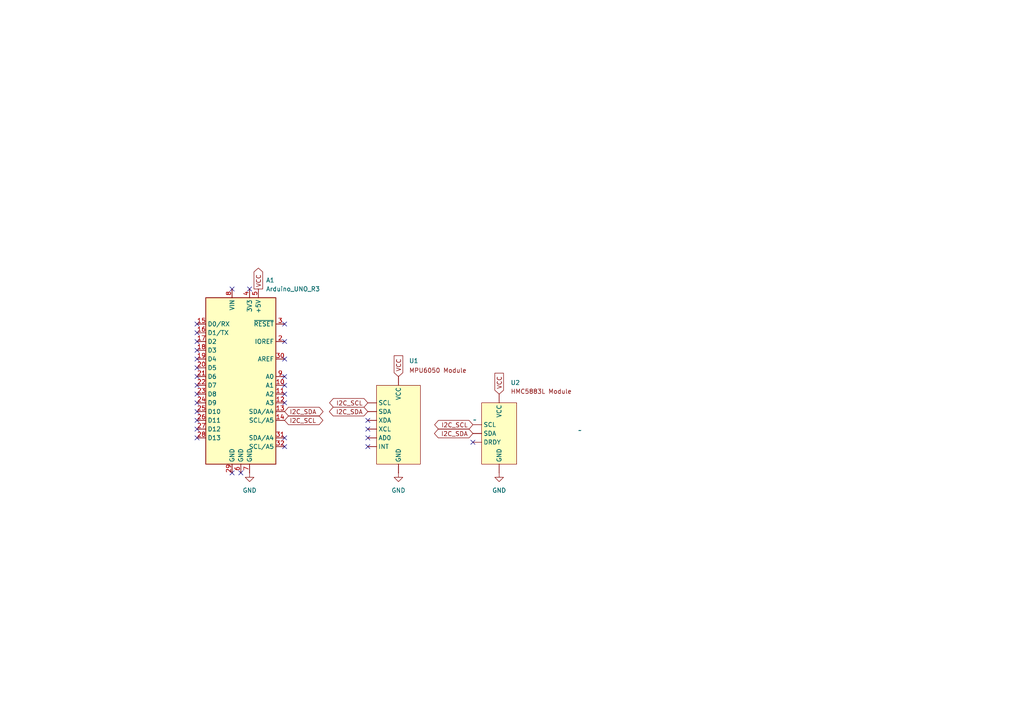
<source format=kicad_sch>
(kicad_sch (version 20231120) (generator "eeschema") (generator_version "8.0")
  (paper "A4")
  (lib_symbols
    (symbol "MCU_Module:Arduino_UNO_R3"
      (property "Reference" "A" (at -10.16 23.495 0))
      (property "Value" "Arduino_UNO_R3" (at 5.08 -26.67 0))
      (symbol "Arduino_UNO_R3_0_1"
        (rectangle (start -10.16 22.86) (end 10.16 -25.4) (stroke (width 0.254)) (fill (type background)))
      )
      (symbol "Arduino_UNO_R3_1_1"
        (pin no_connect line (at -10.16 -20.32 0) (length 2.54) hide (name "NC") (number "1"))
        (pin bidirectional line (at 12.7 -2.54 180) (length 2.54) (name "A1") (number "10"))
        (pin bidirectional line (at 12.7 -5.08 180) (length 2.54) (name "A2") (number "11"))
        (pin bidirectional line (at 12.7 -7.62 180) (length 2.54) (name "A3") (number "12"))
        (pin bidirectional line (at 12.7 -10.16 180) (length 2.54) (name "SDA/A4") (number "13"))
        (pin bidirectional line (at 12.7 -12.7 180) (length 2.54) (name "SCL/A5") (number "14"))
        (pin bidirectional line (at -12.7 15.24 0) (length 2.54) (name "D0/RX") (number "15"))
        (pin bidirectional line (at -12.7 12.7 0) (length 2.54) (name "D1/TX") (number "16"))
        (pin bidirectional line (at -12.7 10.16 0) (length 2.54) (name "D2") (number "17"))
        (pin bidirectional line (at -12.7 7.62 0) (length 2.54) (name "D3") (number "18"))
        (pin bidirectional line (at -12.7 5.08 0) (length 2.54) (name "D4") (number "19"))
        (pin output line (at 12.7 10.16 180) (length 2.54) (name "IOREF") (number "2"))
        (pin bidirectional line (at -12.7 2.54 0) (length 2.54) (name "D5") (number "20"))
        (pin bidirectional line (at -12.7 0 0) (length 2.54) (name "D6") (number "21"))
        (pin bidirectional line (at -12.7 -2.54 0) (length 2.54) (name "D7") (number "22"))
        (pin bidirectional line (at -12.7 -5.08 0) (length 2.54) (name "D8") (number "23"))
        (pin bidirectional line (at -12.7 -7.62 0) (length 2.54) (name "D9") (number "24"))
        (pin bidirectional line (at -12.7 -10.16 0) (length 2.54) (name "D10") (number "25"))
        (pin bidirectional line (at -12.7 -12.7 0) (length 2.54) (name "D11") (number "26"))
        (pin bidirectional line (at -12.7 -15.24 0) (length 2.54) (name "D12") (number "27"))
        (pin bidirectional line (at -12.7 -17.78 0) (length 2.54) (name "D13") (number "28"))
        (pin power_in line (at -2.54 -27.94 90) (length 2.54) (name "GND") (number "29"))
        (pin input line (at 12.7 15.24 180) (length 2.54) (name "~{RESET}") (number "3"))
        (pin input line (at 12.7 5.08 180) (length 2.54) (name "AREF") (number "30"))
        (pin bidirectional line (at 12.7 -17.78 180) (length 2.54) (name "SDA/A4") (number "31"))
        (pin bidirectional line (at 12.7 -20.32 180) (length 2.54) (name "SCL/A5") (number "32"))
        (pin power_out line (at 2.54 25.4 270) (length 2.54) (name "3V3") (number "4"))
        (pin power_out line (at 5.08 25.4 270) (length 2.54) (name "+5V") (number "5"))
        (pin power_in line (at 0 -27.94 90) (length 2.54) (name "GND") (number "6"))
        (pin power_in line (at 2.54 -27.94 90) (length 2.54) (name "GND") (number "7"))
        (pin power_in line (at -2.54 25.4 270) (length 2.54) (name "VIN") (number "8"))
        (pin bidirectional line (at 12.7 0 180) (length 2.54) (name "A0") (number "9"))
      )
    )
    (symbol "modules:HMC5883L_Module"
      (property "Reference" "U" (at 4.064 14.478 0))
      (symbol "HMC5883L_Module_1_1"
        (rectangle (start -5.08 8.89) (end 5.08 -8.89) (fill (type background)))
        (text "HMC5883L Module" (at 12.192 12.192 0) (effects (font (size 1.27 1.27))))
        (pin bidirectional line (at -7.62 -2.54 0) (length 2.54) (name "DRDY") (number ""))
        (pin bidirectional line (at 0 -11.43 90) (length 2.54) (name "GND") (number ""))
        (pin bidirectional line (at -7.62 2.54 0) (length 2.54) (name "SCL") (number ""))
        (pin bidirectional line (at -7.62 0 0) (length 2.54) (name "SDA") (number ""))
        (pin power_in line (at 0 11.43 270) (length 2.54) (name "VCC") (number ""))
      )
    )
    (symbol "modules:MPU-6050_Module"
      (property "Reference" "U" (at 3.81 19.05 0))
      (symbol "MPU-6050_Module_0_1"
        (rectangle (start -6.35 11.43) (end 6.35 -11.43) (fill (type background)))
      )
      (symbol "MPU-6050_Module_1_1"
        (text "MPU6050 Module" (at 11.43 15.748 0) (effects (font (size 1.27 1.27))))
        (pin input line (at -8.89 -3.81 0) (length 2.54) (name "AD0") (number ""))
        (pin bidirectional line (at 0 -13.97 90) (length 2.54) (name "GND") (number ""))
        (pin output line (at -8.89 -6.35 0) (length 2.54) (name "INT") (number ""))
        (pin bidirectional line (at -8.89 6.35 0) (length 2.54) (name "SCL") (number ""))
        (pin bidirectional line (at -8.89 3.81 0) (length 2.54) (name "SDA") (number ""))
        (pin power_in line (at 0 13.97 270) (length 2.54) (name "VCC") (number ""))
        (pin bidirectional line (at -8.89 -1.27 0) (length 2.54) (name "XCL") (number ""))
        (pin bidirectional line (at -8.89 1.27 0) (length 2.54) (name "XDA") (number ""))
      )
    )
    (symbol "power:GND" (power) (pin_numbers hide) (pin_names (offset 0) hide)
      (property "Value" "GND" (at 0 -3.81 0))
      (symbol "GND_0_1"
        (polyline (pts (xy 0 0) (xy 0 -1.27) (xy 1.27 -1.27) (xy 0 -2.54) (xy -1.27 -1.27) (xy 0 -1.27)))
      )
      (symbol "GND_1_1"
        (pin power_in line (at 0 0 270) (length 0) (name "~") (number "1"))
      )
    )
  )
  (no_connect (at 82.55 109.22))
  (no_connect (at 57.15 101.6))
  (no_connect (at 106.68 124.46))
  (no_connect (at 82.55 111.76))
  (no_connect (at 57.15 106.68))
  (no_connect (at 106.68 127))
  (no_connect (at 82.55 116.84))
  (no_connect (at 57.15 114.3))
  (no_connect (at 82.55 93.98))
  (no_connect (at 67.31 83.82))
  (no_connect (at 57.15 127))
  (no_connect (at 57.15 93.98))
  (no_connect (at 72.39 83.82))
  (no_connect (at 67.31 137.16))
  (no_connect (at 57.15 124.46))
  (no_connect (at 57.15 116.84))
  (no_connect (at 82.55 114.3))
  (no_connect (at 69.85 137.16))
  (no_connect (at 57.15 96.52))
  (no_connect (at 57.15 104.14))
  (no_connect (at 82.55 104.14))
  (no_connect (at 82.55 99.06))
  (no_connect (at 106.68 121.92))
  (no_connect (at 57.15 99.06))
  (no_connect (at 57.15 109.22))
  (no_connect (at 82.55 129.54))
  (no_connect (at 57.15 119.38))
  (no_connect (at 137.16 128.27))
  (no_connect (at 82.55 127))
  (no_connect (at 57.15 121.92))
  (no_connect (at 106.68 129.54))
  (no_connect (at 57.15 111.76))
  (global_label "I2C_SDA" (shape bidirectional) (at 82.55 119.38 0) (property "Intersheetrefs" "${INTERSHEET_REFS}" (effects (hide yes))))
  (global_label "I2C_SCL" (shape bidirectional) (at 137.16 123.19 180) (property "Intersheetrefs" "${INTERSHEET_REFS}" (effects (hide yes))))
  (global_label "VCC" (shape input) (at 144.78 114.3 90) (property "Intersheetrefs" "${INTERSHEET_REFS}" (effects (hide yes))))
  (global_label "VCC" (shape input) (at 115.57 109.22 90) (property "Intersheetrefs" "${INTERSHEET_REFS}" (effects (hide yes))))
  (global_label "I2C_SDA" (shape bidirectional) (at 106.68 119.38 180) (property "Intersheetrefs" "${INTERSHEET_REFS}" (effects (hide yes))))
  (global_label "I2C_SCL" (shape bidirectional) (at 106.68 116.84 180) (property "Intersheetrefs" "${INTERSHEET_REFS}" (effects (hide yes))))
  (global_label "I2C_SDA" (shape bidirectional) (at 137.16 125.73 180) (property "Intersheetrefs" "${INTERSHEET_REFS}" (effects (hide yes))))
  (global_label "I2C_SCL" (shape bidirectional) (at 82.55 121.92 0) (property "Intersheetrefs" "${INTERSHEET_REFS}" (effects (hide yes))))
  (global_label "VCC" (shape output) (at 74.93 83.82 90) (property "Intersheetrefs" "${INTERSHEET_REFS}" (effects (hide yes))))
  (symbol (lib_id "modules:MPU-6050_Module") (at 115.57 123.19 0) (unit 1)
    (property "Reference" "U1" (at 118.618 104.648 0) (effects (justify left)))
    (property "Value" "~" (at 137.16 121.7902 0) (effects (justify left)))
  )
  (symbol (lib_id "modules:HMC5883L_Module") (at 144.78 125.73 0) (unit 1)
    (property "Reference" "U2" (at 148.082 110.998 0) (effects (justify left)))
    (property "Value" "~" (at 167.64 124.8382 0) (effects (justify left)))
  )
  (symbol (lib_id "power:GND") (at 115.57 137.16 0) (unit 1)
    (property "Reference" "#PWR01" (effects (hide yes)))
    (property "Value" "GND" (at 115.57 142.24 0))
    (property "Description" "Power symbol creates a global label with name \"GND\" , ground" (effects (hide yes)))
  )
  (symbol (lib_id "power:GND") (at 72.39 137.16 0) (unit 1)
    (property "Reference" "#PWR02" (effects (hide yes)))
    (property "Value" "GND" (at 72.39 142.24 0))
    (property "Description" "Power symbol creates a global label with name \"GND\" , ground" (effects (hide yes)))
  )
  (symbol (lib_id "MCU_Module:Arduino_UNO_R3") (at 69.85 109.22 0) (unit 1)
    (property "Reference" "A1" (at 77.1241 81.28 0) (effects (justify left)))
    (property "Value" "Arduino_UNO_R3" (at 77.1241 83.82 0) (effects (justify left)))
    (property "Footprint" "Module:Arduino_UNO_R3" (effects (hide yes)))
    (property "Datasheet" "https://www.arduino.cc/en/Main/arduinoBoardUno" (effects (hide yes)))
    (property "Description" "Arduino UNO Microcontroller Module, release 3" (effects (hide yes)))
  )
  (symbol (lib_id "power:GND") (at 144.78 137.16 0) (unit 1)
    (property "Reference" "#PWR03" (effects (hide yes)))
    (property "Value" "GND" (at 144.78 142.24 0))
    (property "Description" "Power symbol creates a global label with name \"GND\" , ground" (effects (hide yes)))
  )
)
</source>
